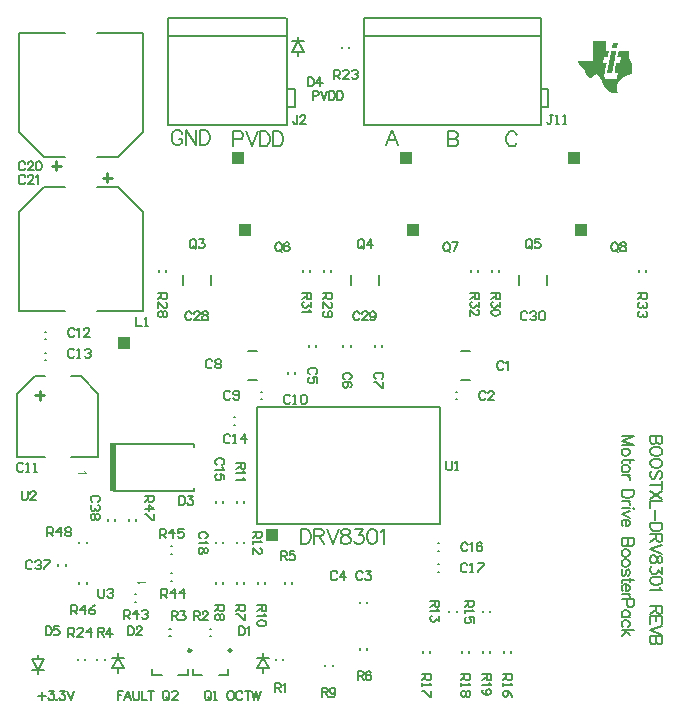
<source format=gto>
%FSLAX25Y25*%
%MOIN*%
G70*
G01*
G75*
G04 Layer_Color=65535*
%ADD10R,0.02500X0.04200*%
%ADD11R,0.02362X0.05906*%
%ADD12R,0.08500X0.10799*%
%ADD13R,0.07874X0.16142*%
%ADD14R,0.06299X0.12598*%
%ADD15R,0.20472X0.19685*%
%ADD16R,0.03000X0.05000*%
%ADD17R,0.06000X0.05000*%
%ADD18R,0.10000X0.06500*%
%ADD19R,0.04000X0.01500*%
%ADD20R,0.01100X0.05800*%
%ADD21R,0.25197X0.14173*%
%ADD22R,0.03347X0.03150*%
%ADD23R,0.03150X0.03347*%
%ADD24R,0.05512X0.04331*%
%ADD25R,0.04331X0.10236*%
%ADD26R,0.10236X0.04331*%
%ADD27C,0.01000*%
%ADD28C,0.02000*%
%ADD29C,0.10000*%
%ADD30C,0.06890*%
%ADD31R,0.06890X0.06890*%
%ADD32C,0.02500*%
%ADD33R,0.01000X0.01000*%
%ADD34R,0.07874X0.03937*%
%ADD35R,0.05906X0.13780*%
%ADD36R,0.03937X0.03740*%
%ADD37R,0.01000X0.01000*%
%ADD38R,0.06890X0.04331*%
%ADD39C,0.00984*%
%ADD40C,0.00787*%
%ADD41C,0.00700*%
%ADD42C,0.00600*%
%ADD43C,0.00300*%
%ADD44R,0.02000X0.16400*%
G36*
X136000Y156500D02*
X132000D01*
Y160500D01*
X136000D01*
Y156500D01*
D02*
G37*
G36*
X192000D02*
X188000D01*
Y160500D01*
X192000D01*
Y156500D01*
D02*
G37*
G36*
X80000D02*
X76000D01*
Y160500D01*
X80000D01*
Y156500D01*
D02*
G37*
G36*
X89000Y55000D02*
X85000D01*
Y59000D01*
X89000D01*
Y55000D01*
D02*
G37*
G36*
X39500Y119000D02*
X35500D01*
Y123000D01*
X39500D01*
Y119000D01*
D02*
G37*
G36*
X77500Y180500D02*
X73500D01*
Y184500D01*
X77500D01*
Y180500D01*
D02*
G37*
G36*
X201829Y218398D02*
Y218325D01*
X201756D01*
Y218252D01*
Y218179D01*
Y218107D01*
Y218034D01*
Y217961D01*
X201684D01*
Y217889D01*
Y217816D01*
Y217743D01*
Y217671D01*
Y217598D01*
X201611D01*
Y217525D01*
Y217453D01*
Y217380D01*
Y217307D01*
Y217234D01*
X201538D01*
Y217162D01*
Y217089D01*
Y217016D01*
Y216944D01*
Y216871D01*
X201466D01*
Y216798D01*
Y216725D01*
Y216653D01*
Y216580D01*
Y216507D01*
X201393D01*
Y216435D01*
Y216362D01*
Y216289D01*
Y216217D01*
Y216144D01*
X201320D01*
Y216071D01*
Y215999D01*
Y215926D01*
Y215853D01*
Y215780D01*
X201248D01*
Y215708D01*
Y215635D01*
Y215562D01*
Y215490D01*
Y215417D01*
X201175D01*
Y215344D01*
Y215271D01*
Y215199D01*
Y215126D01*
Y215053D01*
X201102D01*
Y214981D01*
Y214908D01*
Y214835D01*
Y214763D01*
Y214690D01*
X201029D01*
Y214617D01*
Y214545D01*
Y214472D01*
Y214399D01*
Y214326D01*
X200957D01*
Y214254D01*
Y214181D01*
Y214108D01*
Y214036D01*
Y213963D01*
X200884D01*
Y213890D01*
Y213818D01*
Y213745D01*
Y213672D01*
Y213599D01*
X200811D01*
Y213527D01*
Y213454D01*
Y213381D01*
Y213309D01*
Y213236D01*
X200739D01*
Y213163D01*
Y213090D01*
Y213018D01*
Y212945D01*
Y212872D01*
X200666D01*
Y212800D01*
Y212727D01*
Y212654D01*
Y212582D01*
Y212509D01*
X200593D01*
Y212436D01*
Y212364D01*
Y212291D01*
Y212218D01*
Y212145D01*
X200520D01*
Y212073D01*
Y212000D01*
Y211927D01*
Y211855D01*
Y211782D01*
X200448D01*
Y211709D01*
Y211636D01*
Y211564D01*
Y211491D01*
Y211418D01*
X200375D01*
Y211346D01*
Y211273D01*
Y211200D01*
Y211128D01*
Y211055D01*
X198630D01*
Y211128D01*
Y211200D01*
Y211273D01*
X198703D01*
Y211346D01*
Y211418D01*
Y211491D01*
Y211564D01*
Y211636D01*
X198776D01*
Y211709D01*
Y211782D01*
Y211855D01*
Y211927D01*
Y212000D01*
X198848D01*
Y212073D01*
Y212145D01*
Y212218D01*
Y212291D01*
Y212364D01*
X198921D01*
Y212436D01*
Y212509D01*
Y212582D01*
Y212654D01*
Y212727D01*
X198994D01*
Y212800D01*
Y212872D01*
Y212945D01*
Y213018D01*
Y213090D01*
X199066D01*
Y213163D01*
Y213236D01*
Y213309D01*
Y213381D01*
Y213454D01*
X199139D01*
Y213527D01*
Y213599D01*
Y213672D01*
Y213745D01*
Y213818D01*
X199212D01*
Y213890D01*
Y213963D01*
Y214036D01*
Y214108D01*
Y214181D01*
X199285D01*
Y214254D01*
Y214326D01*
Y214399D01*
Y214472D01*
Y214545D01*
X199357D01*
Y214617D01*
Y214690D01*
Y214763D01*
Y214835D01*
Y214908D01*
X199430D01*
Y214981D01*
Y215053D01*
Y215126D01*
Y215199D01*
Y215271D01*
X199503D01*
Y215344D01*
Y215417D01*
Y215490D01*
Y215562D01*
Y215635D01*
X199575D01*
Y215708D01*
Y215780D01*
Y215853D01*
Y215926D01*
Y215999D01*
X199648D01*
Y216071D01*
Y216144D01*
Y216217D01*
Y216289D01*
Y216362D01*
X199721D01*
Y216435D01*
Y216507D01*
Y216580D01*
Y216653D01*
Y216725D01*
X199794D01*
Y216798D01*
Y216871D01*
Y216944D01*
Y217016D01*
Y217089D01*
X199866D01*
Y217162D01*
Y217234D01*
Y217307D01*
Y217380D01*
Y217453D01*
X199939D01*
Y217525D01*
Y217598D01*
Y217671D01*
Y217743D01*
Y217816D01*
X200012D01*
Y217889D01*
Y217961D01*
Y218034D01*
Y218107D01*
Y218179D01*
X200084D01*
Y218252D01*
Y218325D01*
Y218398D01*
Y218470D01*
X201829D01*
Y218398D01*
D02*
G37*
G36*
X202265Y220797D02*
Y220724D01*
Y220651D01*
Y220579D01*
X202193D01*
Y220506D01*
Y220433D01*
Y220360D01*
Y220288D01*
Y220215D01*
X202120D01*
Y220142D01*
Y220070D01*
Y219997D01*
Y219924D01*
Y219852D01*
X202047D01*
Y219779D01*
Y219706D01*
Y219634D01*
Y219561D01*
Y219488D01*
X201975D01*
Y219415D01*
Y219343D01*
Y219270D01*
Y219197D01*
X200230D01*
Y219270D01*
Y219343D01*
X200302D01*
Y219415D01*
Y219488D01*
Y219561D01*
Y219634D01*
Y219706D01*
X200375D01*
Y219779D01*
Y219852D01*
Y219924D01*
Y219997D01*
Y220070D01*
X200448D01*
Y220142D01*
Y220215D01*
Y220288D01*
Y220360D01*
Y220433D01*
X200520D01*
Y220506D01*
Y220579D01*
Y220651D01*
Y220724D01*
Y220797D01*
X200593D01*
Y220869D01*
X202265D01*
Y220797D01*
D02*
G37*
G36*
X198194Y218470D02*
X199357D01*
Y218398D01*
X199285D01*
Y218034D01*
X199212D01*
Y217671D01*
X199139D01*
Y217307D01*
X199066D01*
Y216944D01*
X198994D01*
Y216580D01*
X198921D01*
Y216289D01*
X197685D01*
Y216071D01*
X197612D01*
Y215708D01*
X197540D01*
Y215344D01*
X197467D01*
Y214981D01*
X197394D01*
Y214617D01*
X197322D01*
Y214254D01*
X198485D01*
Y213963D01*
X198412D01*
Y213599D01*
X198339D01*
Y213236D01*
X198267D01*
Y212872D01*
X198194D01*
Y212509D01*
X198121D01*
Y212145D01*
X198049D01*
Y211782D01*
X197976D01*
Y211418D01*
X197903D01*
Y211055D01*
X197830D01*
Y210691D01*
X197758D01*
Y210328D01*
X197685D01*
Y209746D01*
X197758D01*
Y209528D01*
X197830D01*
Y209383D01*
X197903D01*
Y209310D01*
X197976D01*
Y209237D01*
X198049D01*
Y209165D01*
X198194D01*
Y209092D01*
X198339D01*
Y209019D01*
X198630D01*
Y208947D01*
X199066D01*
Y208874D01*
X201902D01*
Y209092D01*
X201975D01*
Y209455D01*
X202047D01*
Y209819D01*
X202120D01*
Y210182D01*
X202193D01*
Y210546D01*
X202265D01*
Y210910D01*
X202338D01*
Y211055D01*
X201393D01*
Y211128D01*
X201248D01*
Y211200D01*
X201175D01*
Y211855D01*
X201248D01*
Y212145D01*
X201320D01*
Y212509D01*
X201393D01*
Y212872D01*
X201466D01*
Y213236D01*
X201538D01*
Y213599D01*
X201611D01*
Y213963D01*
X201684D01*
Y214254D01*
X202992D01*
Y214617D01*
X203065D01*
Y214981D01*
X203138D01*
Y215344D01*
X203210D01*
Y215708D01*
X203283D01*
Y216071D01*
X203356D01*
Y216289D01*
X202120D01*
Y216507D01*
X202193D01*
Y216871D01*
X202265D01*
Y217234D01*
X202338D01*
Y217598D01*
X202411D01*
Y217961D01*
X202483D01*
Y218325D01*
X202556D01*
Y218470D01*
X206046D01*
Y215999D01*
X206118D01*
Y215635D01*
X206191D01*
Y215344D01*
X206264D01*
Y215199D01*
X206336D01*
Y215053D01*
X206409D01*
Y214908D01*
X206482D01*
Y214835D01*
X206555D01*
Y214690D01*
X206627D01*
Y214617D01*
X206700D01*
Y214545D01*
X206773D01*
Y214472D01*
X206845D01*
Y214399D01*
X206991D01*
Y214326D01*
X207064D01*
Y210764D01*
X206918D01*
Y210691D01*
X206700D01*
Y210619D01*
X206409D01*
Y210546D01*
X206191D01*
Y210473D01*
X205973D01*
Y210401D01*
X205755D01*
Y210328D01*
X205609D01*
Y210255D01*
X205391D01*
Y210182D01*
X205246D01*
Y210110D01*
X205101D01*
Y210037D01*
X204955D01*
Y209964D01*
X204810D01*
Y209892D01*
X204664D01*
Y209819D01*
X204519D01*
Y209746D01*
X204374D01*
Y209674D01*
X204301D01*
Y209601D01*
X204155D01*
Y209528D01*
X204010D01*
Y209455D01*
X203937D01*
Y209383D01*
X203865D01*
Y209310D01*
X203719D01*
Y209237D01*
X203647D01*
Y209165D01*
X203574D01*
Y209092D01*
X203428D01*
Y209019D01*
X203356D01*
Y208947D01*
X203283D01*
Y208874D01*
X203210D01*
Y208801D01*
X203138D01*
Y208729D01*
X203065D01*
Y208656D01*
X202992D01*
Y208583D01*
X202920D01*
Y208510D01*
X202847D01*
Y208438D01*
X202774D01*
Y208365D01*
X202701D01*
Y208292D01*
X202629D01*
Y208147D01*
X202556D01*
Y208074D01*
X202483D01*
Y208001D01*
X202411D01*
Y207856D01*
X202338D01*
Y207783D01*
X202265D01*
Y207638D01*
X202193D01*
Y207493D01*
X202120D01*
Y207347D01*
X202047D01*
Y207202D01*
X201975D01*
Y206984D01*
X201902D01*
Y206693D01*
X201829D01*
Y205602D01*
X201902D01*
Y205239D01*
X201975D01*
Y204948D01*
X202047D01*
Y204730D01*
X202120D01*
Y204585D01*
X202193D01*
Y204439D01*
X202047D01*
Y204366D01*
X201829D01*
Y204294D01*
X201466D01*
Y204221D01*
X200666D01*
Y204294D01*
X200302D01*
Y204366D01*
X200084D01*
Y204439D01*
X199866D01*
Y204512D01*
X199721D01*
Y204585D01*
X199575D01*
Y204657D01*
X199503D01*
Y204730D01*
X199357D01*
Y204803D01*
X199285D01*
Y204875D01*
X199139D01*
Y204948D01*
X199066D01*
Y205021D01*
X198994D01*
Y205094D01*
X198848D01*
Y205166D01*
X198776D01*
Y205239D01*
X198703D01*
Y205312D01*
X198630D01*
Y205384D01*
X198557D01*
Y205457D01*
X198485D01*
Y205530D01*
X198412D01*
Y205602D01*
X198339D01*
Y205748D01*
X198267D01*
Y205820D01*
X198194D01*
Y205893D01*
X198121D01*
Y205966D01*
X198049D01*
Y206111D01*
X197976D01*
Y206184D01*
X197903D01*
Y206329D01*
X197830D01*
Y206475D01*
X197758D01*
Y206547D01*
X197685D01*
Y206693D01*
X197612D01*
Y206838D01*
X197540D01*
Y206984D01*
X197467D01*
Y207129D01*
X197394D01*
Y207275D01*
X197322D01*
Y207420D01*
X197249D01*
Y207565D01*
X197176D01*
Y207711D01*
X197104D01*
Y207856D01*
X197031D01*
Y208001D01*
X196958D01*
Y208220D01*
X196885D01*
Y208365D01*
X196813D01*
Y208510D01*
X196740D01*
Y208656D01*
X196667D01*
Y208801D01*
X196595D01*
Y208947D01*
X196522D01*
Y209092D01*
X196449D01*
Y209237D01*
X196377D01*
Y209383D01*
X196304D01*
Y209528D01*
X196231D01*
Y209674D01*
X196158D01*
Y209746D01*
X196086D01*
Y209892D01*
X196013D01*
Y209964D01*
X195940D01*
Y210037D01*
X195868D01*
Y210110D01*
X195795D01*
Y210182D01*
X195722D01*
Y210255D01*
X195650D01*
Y210328D01*
X195577D01*
Y210401D01*
X195431D01*
Y210473D01*
X195141D01*
Y210546D01*
X194995D01*
Y210473D01*
X194632D01*
Y210401D01*
X194486D01*
Y210328D01*
X194341D01*
Y210255D01*
X194268D01*
Y210182D01*
X194196D01*
Y210110D01*
X194123D01*
Y210037D01*
X194050D01*
Y209964D01*
X193977D01*
Y209892D01*
X193905D01*
Y209819D01*
X193832D01*
Y209746D01*
X193759D01*
Y209674D01*
X193687D01*
Y209601D01*
X193614D01*
Y209528D01*
X193541D01*
Y209455D01*
X193396D01*
Y209383D01*
X192814D01*
Y209455D01*
X192596D01*
Y209528D01*
X192451D01*
Y209601D01*
X192378D01*
Y209674D01*
X192305D01*
Y209746D01*
X192160D01*
Y209892D01*
X192087D01*
Y209964D01*
X192015D01*
Y210037D01*
X191942D01*
Y210182D01*
X191869D01*
Y210328D01*
X191797D01*
Y210473D01*
X191724D01*
Y210619D01*
X191651D01*
Y210764D01*
X191578D01*
Y210910D01*
X191506D01*
Y211128D01*
X191433D01*
Y211273D01*
X191360D01*
Y211491D01*
X191288D01*
Y211636D01*
X191215D01*
Y211855D01*
X191142D01*
Y211927D01*
X191069D01*
Y212073D01*
X190997D01*
Y212145D01*
X190924D01*
Y212291D01*
X190851D01*
Y212364D01*
X190779D01*
Y212436D01*
X190706D01*
Y212509D01*
X190633D01*
Y212582D01*
X190560D01*
Y212654D01*
X190488D01*
Y212727D01*
X190415D01*
Y212800D01*
X190342D01*
Y212872D01*
X190270D01*
Y212945D01*
X190197D01*
Y213018D01*
X190052D01*
Y213090D01*
X189979D01*
Y213163D01*
X189906D01*
Y213236D01*
X189833D01*
Y213309D01*
X189761D01*
Y213381D01*
X189688D01*
Y213454D01*
X189615D01*
Y213527D01*
X189543D01*
Y213599D01*
X189470D01*
Y213745D01*
X189397D01*
Y213818D01*
X189325D01*
Y213963D01*
X189252D01*
Y214108D01*
X189179D01*
Y214254D01*
X189107D01*
Y214399D01*
X189034D01*
Y214690D01*
X188961D01*
Y215053D01*
X193977D01*
Y221814D01*
X198194D01*
Y218470D01*
D02*
G37*
G36*
X133500Y180500D02*
X129500D01*
Y184500D01*
X133500D01*
Y180500D01*
D02*
G37*
G36*
X189500D02*
X185500D01*
Y184500D01*
X189500D01*
Y180500D01*
D02*
G37*
D27*
X8000Y103500D02*
X11000D01*
X9500Y102000D02*
Y105000D01*
X32000Y174500D02*
Y177500D01*
X30500Y176000D02*
X33500D01*
X13500Y180000D02*
X16500D01*
X15000Y178500D02*
Y181500D01*
D39*
X73500Y18500D02*
G03*
X73500Y18500I-492J0D01*
G01*
X60000D02*
G03*
X60000Y18500I-492J0D01*
G01*
D40*
X72405Y10244D02*
Y12213D01*
X69256Y10244D02*
X72405D01*
X60594D02*
Y12213D01*
Y10244D02*
X63744D01*
X92028Y205626D02*
X94547D01*
Y199721D02*
Y205626D01*
X92028Y199721D02*
X94547D01*
X52618Y223441D02*
X91988D01*
X52362Y193815D02*
Y229248D01*
X52756Y193815D02*
X92126D01*
X92028D02*
Y229248D01*
X52362D02*
X91732D01*
X176547Y205626D02*
X179067D01*
Y199721D02*
Y205626D01*
X176547Y199721D02*
X179067D01*
X117492Y223342D02*
X176547D01*
X117492Y193815D02*
Y229248D01*
Y193815D02*
X176547D01*
Y229248D01*
X117492D02*
X176547D01*
X58906Y10244D02*
Y12213D01*
X55756Y10244D02*
X58906D01*
X47095D02*
Y12213D01*
Y10244D02*
X50244D01*
X90780Y15220D02*
Y15780D01*
X88221Y15220D02*
Y15780D01*
X52720Y25780D02*
X53280D01*
X52720Y23221D02*
X53280D01*
X31280Y15220D02*
Y15780D01*
X28721Y15220D02*
Y15780D01*
X93779Y40720D02*
Y41280D01*
X91220Y40720D02*
Y41280D01*
X118780Y18720D02*
Y19280D01*
X116220Y18720D02*
Y19280D01*
X66220Y25780D02*
X66780D01*
X66220Y23221D02*
X66780D01*
X148220Y102220D02*
X148780D01*
X148220Y104780D02*
X148780D01*
X118780Y34220D02*
Y34780D01*
X116220Y34220D02*
Y34780D01*
X101779Y119720D02*
Y120280D01*
X99221Y119720D02*
Y120280D01*
X113279Y119720D02*
Y120280D01*
X110721Y119720D02*
Y120280D01*
X123779Y119720D02*
Y120280D01*
X121221Y119720D02*
Y120280D01*
X83220Y104780D02*
X83780D01*
X83220Y102220D02*
X83780D01*
X92220Y110720D02*
Y111280D01*
X94779Y110720D02*
Y111280D01*
X11220Y124779D02*
X11780D01*
X11220Y122221D02*
X11780D01*
X11220Y117780D02*
X11780D01*
X11220Y115220D02*
X11780D01*
X74220Y96280D02*
X74780D01*
X74220Y93721D02*
X74780D01*
X70780Y67720D02*
Y68280D01*
X68221Y67720D02*
Y68280D01*
X142220Y51720D02*
X142780D01*
X142220Y54280D02*
X142780D01*
X142220Y44721D02*
X142780D01*
X142220Y47280D02*
X142780D01*
X70780Y54220D02*
Y54780D01*
X68221Y54220D02*
Y54780D01*
X75221Y40720D02*
Y41280D01*
X77780Y40720D02*
Y41280D01*
X70780Y40720D02*
Y41280D01*
X68221Y40720D02*
Y41280D01*
X107280Y13220D02*
Y13780D01*
X104720Y13220D02*
Y13780D01*
X82221Y40720D02*
Y41280D01*
X84780Y40720D02*
Y41280D01*
X75221Y67720D02*
Y68280D01*
X77780Y67720D02*
Y68280D01*
Y54220D02*
Y54780D01*
X75221Y54220D02*
Y54780D01*
X148479Y31220D02*
Y31780D01*
X145921Y31220D02*
Y31780D01*
X157220Y31220D02*
Y31780D01*
X159780Y31220D02*
Y31780D01*
X166779Y17720D02*
Y18280D01*
X164220Y17720D02*
Y18280D01*
X139779Y17720D02*
Y18280D01*
X137221Y17720D02*
Y18280D01*
X152779Y17720D02*
Y18280D01*
X150221Y17720D02*
Y18280D01*
X159780Y17720D02*
Y18280D01*
X157220Y17720D02*
Y18280D01*
X149925Y108776D02*
X153075D01*
X149925Y118224D02*
X153075D01*
X78925D02*
X82075D01*
X78925Y108776D02*
X82075D01*
X112779Y219220D02*
Y219780D01*
X110221Y219220D02*
Y219780D01*
X22220Y15220D02*
Y15780D01*
X24780Y15220D02*
Y15780D01*
X51780Y144720D02*
Y145280D01*
X49220Y144720D02*
Y145280D01*
X106780Y144720D02*
Y145280D01*
X104220Y144720D02*
Y145280D01*
X162779Y144720D02*
Y145280D01*
X160221Y144720D02*
Y145280D01*
X99779Y144720D02*
Y145280D01*
X97220Y144720D02*
Y145280D01*
X155780Y144720D02*
Y145280D01*
X153220Y144720D02*
Y145280D01*
X211779Y144720D02*
Y145280D01*
X209221Y144720D02*
Y145280D01*
X57276Y140425D02*
Y143575D01*
X66724Y140425D02*
Y143575D01*
X113276Y140425D02*
Y143575D01*
X122724Y140425D02*
Y143575D01*
X169276Y140425D02*
Y143575D01*
X178724Y140425D02*
Y143575D01*
X18280Y46720D02*
Y47280D01*
X15721Y46720D02*
Y47280D01*
X34780Y61720D02*
Y62280D01*
X32221Y61720D02*
Y62280D01*
X41220Y34721D02*
X41780D01*
X41220Y37279D02*
X41780D01*
X53220Y44280D02*
X53780D01*
X53220Y41721D02*
X53780D01*
X53220Y53280D02*
X53780D01*
X53220Y50721D02*
X53780D01*
X22720Y40720D02*
Y41280D01*
X25280Y40720D02*
Y41280D01*
X39220Y61720D02*
Y62280D01*
X41780Y61720D02*
Y62280D01*
X22720Y54220D02*
Y54780D01*
X25280Y54220D02*
Y54780D01*
D41*
X61000Y86450D02*
Y87350D01*
X34300D02*
X61000D01*
X34300Y71650D02*
X61000D01*
Y72550D01*
X28776Y131531D02*
X44081D01*
X44069Y131526D02*
Y164602D01*
X35802Y172869D02*
X44069Y164602D01*
X28762Y172869D02*
X35802D01*
X10998D02*
X18038D01*
X2731Y164602D02*
X10998Y172869D01*
X2731Y131526D02*
Y164602D01*
X2719Y131531D02*
X18024D01*
X23147Y109876D02*
X28886Y104138D01*
Y83114D02*
Y104138D01*
X19832Y83114D02*
X28886D01*
X19827Y109876D02*
X23147D01*
X7853D02*
X11173D01*
X2114Y83114D02*
X11168D01*
X2114D02*
Y104138D01*
X7853Y109876D01*
X2719Y224369D02*
X18024D01*
X2731Y191298D02*
Y224374D01*
Y191298D02*
X10998Y183031D01*
X18038D01*
X28762D02*
X35802D01*
X44069Y191298D01*
Y224374D01*
X28776Y224369D02*
X44081D01*
X82000Y60500D02*
Y99500D01*
Y60500D02*
X143000D01*
Y99500D01*
X82000D02*
X143000D01*
X128809Y187000D02*
X126904Y191999D01*
X125000Y187000D01*
X125714Y188666D02*
X128095D01*
X145500Y191499D02*
Y186500D01*
Y191499D02*
X147642D01*
X148356Y191261D01*
X148595Y191023D01*
X148833Y190547D01*
Y190071D01*
X148595Y189595D01*
X148356Y189357D01*
X147642Y189119D01*
X145500D02*
X147642D01*
X148356Y188880D01*
X148595Y188642D01*
X148833Y188166D01*
Y187452D01*
X148595Y186976D01*
X148356Y186738D01*
X147642Y186500D01*
X145500D01*
X57071Y190809D02*
X56833Y191285D01*
X56357Y191761D01*
X55880Y191999D01*
X54928D01*
X54452Y191761D01*
X53976Y191285D01*
X53738Y190809D01*
X53500Y190095D01*
Y188904D01*
X53738Y188190D01*
X53976Y187714D01*
X54452Y187238D01*
X54928Y187000D01*
X55880D01*
X56357Y187238D01*
X56833Y187714D01*
X57071Y188190D01*
Y188904D01*
X55880D02*
X57071D01*
X58213Y191999D02*
Y187000D01*
Y191999D02*
X61546Y187000D01*
Y191999D02*
Y187000D01*
X62927Y191999D02*
Y187000D01*
Y191999D02*
X64593D01*
X65307Y191761D01*
X65783Y191285D01*
X66021Y190809D01*
X66259Y190095D01*
Y188904D01*
X66021Y188190D01*
X65783Y187714D01*
X65307Y187238D01*
X64593Y187000D01*
X62927D01*
X74000Y188880D02*
X76142D01*
X76856Y189119D01*
X77095Y189357D01*
X77333Y189833D01*
Y190547D01*
X77095Y191023D01*
X76856Y191261D01*
X76142Y191499D01*
X74000D01*
Y186500D01*
X78451Y191499D02*
X80356Y186500D01*
X82260Y191499D02*
X80356Y186500D01*
X82903Y191499D02*
Y186500D01*
Y191499D02*
X84569D01*
X85283Y191261D01*
X85759Y190785D01*
X85997Y190309D01*
X86235Y189595D01*
Y188404D01*
X85997Y187690D01*
X85759Y187214D01*
X85283Y186738D01*
X84569Y186500D01*
X82903D01*
X87354Y191499D02*
Y186500D01*
Y191499D02*
X89021D01*
X89735Y191261D01*
X90211Y190785D01*
X90449Y190309D01*
X90687Y189595D01*
Y188404D01*
X90449Y187690D01*
X90211Y187214D01*
X89735Y186738D01*
X89021Y186500D01*
X87354D01*
X168571Y190309D02*
X168333Y190785D01*
X167857Y191261D01*
X167380Y191499D01*
X166428D01*
X165952Y191261D01*
X165476Y190785D01*
X165238Y190309D01*
X165000Y189595D01*
Y188404D01*
X165238Y187690D01*
X165476Y187214D01*
X165952Y186738D01*
X166428Y186500D01*
X167380D01*
X167857Y186738D01*
X168333Y187214D01*
X168571Y187690D01*
X96500Y58999D02*
Y54000D01*
Y58999D02*
X98166D01*
X98880Y58761D01*
X99357Y58285D01*
X99595Y57809D01*
X99833Y57095D01*
Y55904D01*
X99595Y55190D01*
X99357Y54714D01*
X98880Y54238D01*
X98166Y54000D01*
X96500D01*
X100951Y58999D02*
Y54000D01*
Y58999D02*
X103094D01*
X103808Y58761D01*
X104046Y58523D01*
X104284Y58047D01*
Y57571D01*
X104046Y57095D01*
X103808Y56857D01*
X103094Y56618D01*
X100951D01*
X102618D02*
X104284Y54000D01*
X105403Y58999D02*
X107307Y54000D01*
X109212Y58999D02*
X107307Y54000D01*
X111045Y58999D02*
X110330Y58761D01*
X110092Y58285D01*
Y57809D01*
X110330Y57333D01*
X110807Y57095D01*
X111759Y56857D01*
X112473Y56618D01*
X112949Y56142D01*
X113187Y55666D01*
Y54952D01*
X112949Y54476D01*
X112711Y54238D01*
X111997Y54000D01*
X111045D01*
X110330Y54238D01*
X110092Y54476D01*
X109854Y54952D01*
Y55666D01*
X110092Y56142D01*
X110568Y56618D01*
X111283Y56857D01*
X112235Y57095D01*
X112711Y57333D01*
X112949Y57809D01*
Y58285D01*
X112711Y58761D01*
X111997Y58999D01*
X111045D01*
X114782D02*
X117400D01*
X115972Y57095D01*
X116686D01*
X117162Y56857D01*
X117400Y56618D01*
X117638Y55904D01*
Y55428D01*
X117400Y54714D01*
X116924Y54238D01*
X116210Y54000D01*
X115496D01*
X114782Y54238D01*
X114544Y54476D01*
X114306Y54952D01*
X120185Y58999D02*
X119471Y58761D01*
X118995Y58047D01*
X118757Y56857D01*
Y56142D01*
X118995Y54952D01*
X119471Y54238D01*
X120185Y54000D01*
X120661D01*
X121376Y54238D01*
X121852Y54952D01*
X122090Y56142D01*
Y56857D01*
X121852Y58047D01*
X121376Y58761D01*
X120661Y58999D01*
X120185D01*
X123209Y58047D02*
X123685Y58285D01*
X124399Y58999D01*
Y54000D01*
D42*
X9000Y16500D02*
Y17000D01*
Y15500D02*
Y16500D01*
X7000Y12000D02*
X11000D01*
X9000Y10500D02*
Y11000D01*
Y12000D01*
X11000Y15500D01*
X7000D02*
X11000D01*
X7000D02*
X9000Y12000D01*
X84000Y11000D02*
Y11500D01*
Y12500D01*
X82000Y16000D02*
X86000D01*
X84000Y17000D02*
Y17500D01*
Y16000D02*
Y17000D01*
X82000Y12500D02*
X84000Y16000D01*
X82000Y12500D02*
X86000D01*
X84000Y16000D02*
X86000Y12500D01*
X35500Y11000D02*
Y11500D01*
Y12500D01*
X33500Y16000D02*
X37500D01*
X35500Y17000D02*
Y17500D01*
Y16000D02*
Y17000D01*
X33500Y12500D02*
X35500Y16000D01*
X33500Y12500D02*
X37500D01*
X35500Y16000D02*
X37500Y12500D01*
X95500Y216500D02*
Y217000D01*
Y218000D01*
X93500Y221500D02*
X97500D01*
X95500Y222500D02*
Y223000D01*
Y221500D02*
Y222500D01*
X93500Y218000D02*
X95500Y221500D01*
X93500Y218000D02*
X97500D01*
X95500Y221500D02*
X97500Y218000D01*
X66499Y2500D02*
Y4499D01*
X66000Y4999D01*
X65000D01*
X64500Y4499D01*
Y2500D01*
X65000Y2000D01*
X66000D01*
X65500Y3000D02*
X66499Y2000D01*
X66000D02*
X66499Y2500D01*
X67499Y2000D02*
X68499D01*
X67999D01*
Y4999D01*
X67499Y4499D01*
X52499Y2500D02*
Y4499D01*
X51999Y4999D01*
X51000D01*
X50500Y4499D01*
Y2500D01*
X51000Y2000D01*
X51999D01*
X51500Y3000D02*
X52499Y2000D01*
X51999D02*
X52499Y2500D01*
X55498Y2000D02*
X53499D01*
X55498Y3999D01*
Y4499D01*
X54999Y4999D01*
X53999D01*
X53499Y4499D01*
X72999Y89999D02*
X72500Y90499D01*
X71500D01*
X71000Y89999D01*
Y88000D01*
X71500Y87500D01*
X72500D01*
X72999Y88000D01*
X73999Y87500D02*
X74999D01*
X74499D01*
Y90499D01*
X73999Y89999D01*
X77998Y87500D02*
Y90499D01*
X76498Y88999D01*
X78498D01*
X3999Y80499D02*
X3500Y80999D01*
X2500D01*
X2000Y80499D01*
Y78500D01*
X2500Y78000D01*
X3500D01*
X3999Y78500D01*
X4999Y78000D02*
X5999D01*
X5499D01*
Y80999D01*
X4999Y80499D01*
X7498Y78000D02*
X8498D01*
X7998D01*
Y80999D01*
X7498Y80499D01*
X92999Y103299D02*
X92500Y103799D01*
X91500D01*
X91000Y103299D01*
Y101300D01*
X91500Y100800D01*
X92500D01*
X92999Y101300D01*
X93999Y100800D02*
X94999D01*
X94499D01*
Y103799D01*
X93999Y103299D01*
X96498D02*
X96998Y103799D01*
X97998D01*
X98498Y103299D01*
Y101300D01*
X97998Y100800D01*
X96998D01*
X96498Y101300D01*
Y103299D01*
X104000Y137500D02*
X106999D01*
Y136001D01*
X106499Y135501D01*
X105499D01*
X105000Y136001D01*
Y137500D01*
Y136500D02*
X104000Y135501D01*
Y132502D02*
Y134501D01*
X105999Y132502D01*
X106499D01*
X106999Y133001D01*
Y134001D01*
X106499Y134501D01*
X104500Y131502D02*
X104000Y131002D01*
Y130002D01*
X104500Y129503D01*
X106499D01*
X106999Y130002D01*
Y131002D01*
X106499Y131502D01*
X105999D01*
X105499Y131002D01*
Y129503D01*
X49000Y137500D02*
X51999D01*
Y136001D01*
X51499Y135501D01*
X50499D01*
X50000Y136001D01*
Y137500D01*
Y136500D02*
X49000Y135501D01*
Y132502D02*
Y134501D01*
X50999Y132502D01*
X51499D01*
X51999Y133001D01*
Y134001D01*
X51499Y134501D01*
Y131502D02*
X51999Y131002D01*
Y130002D01*
X51499Y129503D01*
X50999D01*
X50499Y130002D01*
X50000Y129503D01*
X49500D01*
X49000Y130002D01*
Y131002D01*
X49500Y131502D01*
X50000D01*
X50499Y131002D01*
X50999Y131502D01*
X51499D01*
X50499Y131002D02*
Y130002D01*
X209000Y137500D02*
X211999D01*
Y136001D01*
X211499Y135501D01*
X210500D01*
X210000Y136001D01*
Y137500D01*
Y136500D02*
X209000Y135501D01*
X211499Y134501D02*
X211999Y134001D01*
Y133001D01*
X211499Y132502D01*
X210999D01*
X210500Y133001D01*
Y133501D01*
Y133001D01*
X210000Y132502D01*
X209500D01*
X209000Y133001D01*
Y134001D01*
X209500Y134501D01*
X211499Y131502D02*
X211999Y131002D01*
Y130002D01*
X211499Y129503D01*
X210999D01*
X210500Y130002D01*
Y130502D01*
Y130002D01*
X210000Y129503D01*
X209500D01*
X209000Y130002D01*
Y131002D01*
X209500Y131502D01*
X171999Y130999D02*
X171500Y131499D01*
X170500D01*
X170000Y130999D01*
Y129000D01*
X170500Y128500D01*
X171500D01*
X171999Y129000D01*
X172999Y130999D02*
X173499Y131499D01*
X174499D01*
X174998Y130999D01*
Y130499D01*
X174499Y129999D01*
X173999D01*
X174499D01*
X174998Y129500D01*
Y129000D01*
X174499Y128500D01*
X173499D01*
X172999Y129000D01*
X175998Y130999D02*
X176498Y131499D01*
X177498D01*
X177997Y130999D01*
Y129000D01*
X177498Y128500D01*
X176498D01*
X175998Y129000D01*
Y130999D01*
X151300Y35000D02*
X154299D01*
Y33500D01*
X153799Y33001D01*
X152799D01*
X152300Y33500D01*
Y35000D01*
Y34000D02*
X151300Y33001D01*
Y32001D02*
Y31001D01*
Y31501D01*
X154299D01*
X153799Y32001D01*
X154299Y27502D02*
Y29502D01*
X152799D01*
X153299Y28502D01*
Y28002D01*
X152799Y27502D01*
X151800D01*
X151300Y28002D01*
Y29002D01*
X151800Y29502D01*
X80500Y58000D02*
X83499D01*
Y56501D01*
X82999Y56001D01*
X81999D01*
X81500Y56501D01*
Y58000D01*
Y57000D02*
X80500Y56001D01*
Y55001D02*
Y54001D01*
Y54501D01*
X83499D01*
X82999Y55001D01*
X80500Y50502D02*
Y52502D01*
X82499Y50502D01*
X82999D01*
X83499Y51002D01*
Y52002D01*
X82999Y52502D01*
X68000Y33500D02*
X70999D01*
Y32000D01*
X70499Y31501D01*
X69499D01*
X69000Y32000D01*
Y33500D01*
Y32500D02*
X68000Y31501D01*
X70499Y30501D02*
X70999Y30001D01*
Y29001D01*
X70499Y28502D01*
X69999D01*
X69499Y29001D01*
X69000Y28502D01*
X68500D01*
X68000Y29001D01*
Y30001D01*
X68500Y30501D01*
X69000D01*
X69499Y30001D01*
X69999Y30501D01*
X70499D01*
X69499Y30001D02*
Y29001D01*
X75000Y33500D02*
X77999D01*
Y32000D01*
X77499Y31501D01*
X76499D01*
X76000Y32000D01*
Y33500D01*
Y32500D02*
X75000Y31501D01*
X77999Y30501D02*
Y28502D01*
X77499D01*
X75500Y30501D01*
X75000D01*
X137000Y10500D02*
X139999D01*
Y9001D01*
X139499Y8501D01*
X138499D01*
X138000Y9001D01*
Y10500D01*
Y9500D02*
X137000Y8501D01*
Y7501D02*
Y6501D01*
Y7001D01*
X139999D01*
X139499Y7501D01*
X139999Y5002D02*
Y3002D01*
X139499D01*
X137500Y5002D01*
X137000D01*
X19000Y23000D02*
Y25999D01*
X20500D01*
X20999Y25499D01*
Y24499D01*
X20500Y24000D01*
X19000D01*
X20000D02*
X20999Y23000D01*
X23998D02*
X21999D01*
X23998Y24999D01*
Y25499D01*
X23499Y25999D01*
X22499D01*
X21999Y25499D01*
X26498Y23000D02*
Y25999D01*
X24998Y24499D01*
X26997D01*
X107500Y209000D02*
Y211999D01*
X109000D01*
X109499Y211499D01*
Y210500D01*
X109000Y210000D01*
X107500D01*
X108500D02*
X109499Y209000D01*
X112498D02*
X110499D01*
X112498Y210999D01*
Y211499D01*
X111999Y211999D01*
X110999D01*
X110499Y211499D01*
X113498D02*
X113998Y211999D01*
X114998D01*
X115497Y211499D01*
Y210999D01*
X114998Y210500D01*
X114498D01*
X114998D01*
X115497Y210000D01*
Y209500D01*
X114998Y209000D01*
X113998D01*
X113498Y209500D01*
X150000Y10500D02*
X152999D01*
Y9001D01*
X152499Y8501D01*
X151499D01*
X151000Y9001D01*
Y10500D01*
Y9500D02*
X150000Y8501D01*
Y7501D02*
Y6501D01*
Y7001D01*
X152999D01*
X152499Y7501D01*
Y5002D02*
X152999Y4502D01*
Y3502D01*
X152499Y3002D01*
X151999D01*
X151499Y3502D01*
X151000Y3002D01*
X150500D01*
X150000Y3502D01*
Y4502D01*
X150500Y5002D01*
X151000D01*
X151499Y4502D01*
X151999Y5002D01*
X152499D01*
X151499Y4502D02*
Y3502D01*
X66999Y114999D02*
X66500Y115499D01*
X65500D01*
X65000Y114999D01*
Y113000D01*
X65500Y112500D01*
X66500D01*
X66999Y113000D01*
X67999Y114999D02*
X68499Y115499D01*
X69499D01*
X69998Y114999D01*
Y114499D01*
X69499Y113999D01*
X69998Y113500D01*
Y113000D01*
X69499Y112500D01*
X68499D01*
X67999Y113000D01*
Y113500D01*
X68499Y113999D01*
X67999Y114499D01*
Y114999D01*
X68499Y113999D02*
X69499D01*
X164000Y10500D02*
X166999D01*
Y9001D01*
X166499Y8501D01*
X165499D01*
X165000Y9001D01*
Y10500D01*
Y9500D02*
X164000Y8501D01*
Y7501D02*
Y6501D01*
Y7001D01*
X166999D01*
X166499Y7501D01*
X166999Y3002D02*
X166499Y4002D01*
X165499Y5002D01*
X164500D01*
X164000Y4502D01*
Y3502D01*
X164500Y3002D01*
X165000D01*
X165499Y3502D01*
Y5002D01*
X3500Y71499D02*
Y69357D01*
X3643Y68928D01*
X3929Y68643D01*
X4357Y68500D01*
X4643D01*
X5071Y68643D01*
X5357Y68928D01*
X5500Y69357D01*
Y71499D01*
X6471Y70785D02*
Y70928D01*
X6614Y71214D01*
X6756Y71356D01*
X7042Y71499D01*
X7613D01*
X7899Y71356D01*
X8042Y71214D01*
X8185Y70928D01*
Y70642D01*
X8042Y70357D01*
X7756Y69928D01*
X6328Y68500D01*
X8327D01*
X103500Y5999D02*
Y3000D01*
Y5999D02*
X104785D01*
X105214Y5856D01*
X105357Y5714D01*
X105500Y5428D01*
Y5142D01*
X105357Y4857D01*
X105214Y4714D01*
X104785Y4571D01*
X103500D01*
X104500D02*
X105500Y3000D01*
X108028Y5000D02*
X107885Y4571D01*
X107599Y4285D01*
X107171Y4143D01*
X107028D01*
X106599Y4285D01*
X106314Y4571D01*
X106171Y5000D01*
Y5142D01*
X106314Y5571D01*
X106599Y5856D01*
X107028Y5999D01*
X107171D01*
X107599Y5856D01*
X107885Y5571D01*
X108028Y5000D01*
Y4285D01*
X107885Y3571D01*
X107599Y3143D01*
X107171Y3000D01*
X106885D01*
X106456Y3143D01*
X106314Y3429D01*
X115500Y11499D02*
Y8500D01*
Y11499D02*
X116785D01*
X117214Y11356D01*
X117357Y11214D01*
X117500Y10928D01*
Y10642D01*
X117357Y10357D01*
X117214Y10214D01*
X116785Y10071D01*
X115500D01*
X116500D02*
X117500Y8500D01*
X119885Y11071D02*
X119742Y11356D01*
X119314Y11499D01*
X119028D01*
X118599Y11356D01*
X118314Y10928D01*
X118171Y10214D01*
Y9500D01*
X118314Y8929D01*
X118599Y8643D01*
X119028Y8500D01*
X119171D01*
X119599Y8643D01*
X119885Y8929D01*
X120028Y9357D01*
Y9500D01*
X119885Y9928D01*
X119599Y10214D01*
X119171Y10357D01*
X119028D01*
X118599Y10214D01*
X118314Y9928D01*
X118171Y9500D01*
X90000Y51499D02*
Y48500D01*
Y51499D02*
X91285D01*
X91714Y51357D01*
X91857Y51214D01*
X92000Y50928D01*
Y50642D01*
X91857Y50357D01*
X91714Y50214D01*
X91285Y50071D01*
X90000D01*
X91000D02*
X92000Y48500D01*
X94385Y51499D02*
X92957D01*
X92814Y50214D01*
X92957Y50357D01*
X93385Y50500D01*
X93814D01*
X94242Y50357D01*
X94528Y50071D01*
X94670Y49643D01*
Y49357D01*
X94528Y48928D01*
X94242Y48643D01*
X93814Y48500D01*
X93385D01*
X92957Y48643D01*
X92814Y48786D01*
X92671Y49071D01*
X29000Y25999D02*
Y23000D01*
Y25999D02*
X30285D01*
X30714Y25857D01*
X30857Y25714D01*
X31000Y25428D01*
Y25142D01*
X30857Y24857D01*
X30714Y24714D01*
X30285Y24571D01*
X29000D01*
X30000D02*
X31000Y23000D01*
X33099Y25999D02*
X31671Y24000D01*
X33813D01*
X33099Y25999D02*
Y23000D01*
X155999Y137500D02*
X153000D01*
X155999D02*
Y136215D01*
X155857Y135786D01*
X155714Y135643D01*
X155428Y135500D01*
X155142D01*
X154857Y135643D01*
X154714Y135786D01*
X154571Y136215D01*
Y137500D01*
Y136500D02*
X153000Y135500D01*
X155999Y134544D02*
Y132972D01*
X154857Y133829D01*
Y133401D01*
X154714Y133115D01*
X154571Y132972D01*
X154143Y132830D01*
X153857D01*
X153428Y132972D01*
X153143Y133258D01*
X153000Y133686D01*
Y134115D01*
X153143Y134544D01*
X153286Y134686D01*
X153571Y134829D01*
X155285Y132016D02*
X155428D01*
X155714Y131873D01*
X155857Y131730D01*
X155999Y131444D01*
Y130873D01*
X155857Y130587D01*
X155714Y130444D01*
X155428Y130301D01*
X155142D01*
X154857Y130444D01*
X154428Y130730D01*
X153000Y132158D01*
Y130159D01*
X99999Y137500D02*
X97000D01*
X99999D02*
Y136215D01*
X99857Y135786D01*
X99714Y135643D01*
X99428Y135500D01*
X99142D01*
X98857Y135643D01*
X98714Y135786D01*
X98571Y136215D01*
Y137500D01*
Y136500D02*
X97000Y135500D01*
X99999Y134544D02*
Y132972D01*
X98857Y133829D01*
Y133401D01*
X98714Y133115D01*
X98571Y132972D01*
X98143Y132830D01*
X97857D01*
X97429Y132972D01*
X97143Y133258D01*
X97000Y133686D01*
Y134115D01*
X97143Y134544D01*
X97286Y134686D01*
X97571Y134829D01*
X99428Y132158D02*
X99571Y131873D01*
X99999Y131444D01*
X97000D01*
X162999Y137500D02*
X160000D01*
X162999D02*
Y136215D01*
X162856Y135786D01*
X162714Y135643D01*
X162428Y135500D01*
X162142D01*
X161857Y135643D01*
X161714Y135786D01*
X161571Y136215D01*
Y137500D01*
Y136500D02*
X160000Y135500D01*
X162999Y134544D02*
Y132972D01*
X161857Y133829D01*
Y133401D01*
X161714Y133115D01*
X161571Y132972D01*
X161143Y132830D01*
X160857D01*
X160429Y132972D01*
X160143Y133258D01*
X160000Y133686D01*
Y134115D01*
X160143Y134544D01*
X160286Y134686D01*
X160571Y134829D01*
X162999Y131301D02*
X162856Y131730D01*
X162428Y132016D01*
X161714Y132158D01*
X161285D01*
X160571Y132016D01*
X160143Y131730D01*
X160000Y131301D01*
Y131016D01*
X160143Y130587D01*
X160571Y130301D01*
X161285Y130159D01*
X161714D01*
X162428Y130301D01*
X162856Y130587D01*
X162999Y131016D01*
Y131301D01*
X53500Y31499D02*
Y28500D01*
Y31499D02*
X54785D01*
X55214Y31356D01*
X55357Y31214D01*
X55500Y30928D01*
Y30642D01*
X55357Y30357D01*
X55214Y30214D01*
X54785Y30071D01*
X53500D01*
X54500D02*
X55500Y28500D01*
X56457Y31499D02*
X58028D01*
X57171Y30357D01*
X57599D01*
X57885Y30214D01*
X58028Y30071D01*
X58170Y29643D01*
Y29357D01*
X58028Y28929D01*
X57742Y28643D01*
X57314Y28500D01*
X56885D01*
X56457Y28643D01*
X56314Y28786D01*
X56171Y29071D01*
X61000Y31499D02*
Y28500D01*
Y31499D02*
X62285D01*
X62714Y31356D01*
X62857Y31214D01*
X63000Y30928D01*
Y30642D01*
X62857Y30357D01*
X62714Y30214D01*
X62285Y30071D01*
X61000D01*
X62000D02*
X63000Y28500D01*
X63814Y30785D02*
Y30928D01*
X63956Y31214D01*
X64099Y31356D01*
X64385Y31499D01*
X64956D01*
X65242Y31356D01*
X65385Y31214D01*
X65528Y30928D01*
Y30642D01*
X65385Y30357D01*
X65099Y29928D01*
X63671Y28500D01*
X65670D01*
X159999Y10500D02*
X157000D01*
X159999D02*
Y9215D01*
X159856Y8786D01*
X159714Y8643D01*
X159428Y8500D01*
X159142D01*
X158857Y8643D01*
X158714Y8786D01*
X158571Y9215D01*
Y10500D01*
Y9500D02*
X157000Y8500D01*
X159428Y7829D02*
X159571Y7543D01*
X159999Y7115D01*
X157000D01*
X159000Y3773D02*
X158571Y3916D01*
X158285Y4201D01*
X158143Y4630D01*
Y4773D01*
X158285Y5201D01*
X158571Y5487D01*
X159000Y5630D01*
X159142D01*
X159571Y5487D01*
X159856Y5201D01*
X159999Y4773D01*
Y4630D01*
X159856Y4201D01*
X159571Y3916D01*
X159000Y3773D01*
X158285D01*
X157571Y3916D01*
X157143Y4201D01*
X157000Y4630D01*
Y4916D01*
X157143Y5344D01*
X157429Y5487D01*
X142699Y35000D02*
X139700D01*
X142699D02*
Y33715D01*
X142557Y33286D01*
X142414Y33143D01*
X142128Y33000D01*
X141842D01*
X141557Y33143D01*
X141414Y33286D01*
X141271Y33715D01*
Y35000D01*
Y34000D02*
X139700Y33000D01*
X142128Y32329D02*
X142271Y32043D01*
X142699Y31615D01*
X139700D01*
X142699Y29844D02*
Y28273D01*
X141557Y29130D01*
Y28701D01*
X141414Y28416D01*
X141271Y28273D01*
X140843Y28130D01*
X140557D01*
X140129Y28273D01*
X139843Y28558D01*
X139700Y28987D01*
Y29416D01*
X139843Y29844D01*
X139986Y29987D01*
X140271Y30130D01*
X77999Y81000D02*
X75000D01*
X77999D02*
Y79715D01*
X77856Y79286D01*
X77714Y79143D01*
X77428Y79000D01*
X77142D01*
X76857Y79143D01*
X76714Y79286D01*
X76571Y79715D01*
Y81000D01*
Y80000D02*
X75000Y79000D01*
X77428Y78329D02*
X77571Y78044D01*
X77999Y77615D01*
X75000D01*
X77428Y76130D02*
X77571Y75844D01*
X77999Y75415D01*
X75000D01*
X84999Y33500D02*
X82000D01*
X84999D02*
Y32215D01*
X84856Y31786D01*
X84714Y31643D01*
X84428Y31500D01*
X84142D01*
X83857Y31643D01*
X83714Y31786D01*
X83571Y32215D01*
Y33500D01*
Y32500D02*
X82000Y31500D01*
X84428Y30829D02*
X84571Y30544D01*
X84999Y30115D01*
X82000D01*
X84999Y27773D02*
X84856Y28201D01*
X84428Y28487D01*
X83714Y28630D01*
X83285D01*
X82571Y28487D01*
X82143Y28201D01*
X82000Y27773D01*
Y27487D01*
X82143Y27059D01*
X82571Y26773D01*
X83285Y26630D01*
X83714D01*
X84428Y26773D01*
X84856Y27059D01*
X84999Y27487D01*
Y27773D01*
X88000Y7499D02*
Y4500D01*
Y7499D02*
X89285D01*
X89714Y7356D01*
X89857Y7214D01*
X90000Y6928D01*
Y6642D01*
X89857Y6357D01*
X89714Y6214D01*
X89285Y6071D01*
X88000D01*
X89000D02*
X90000Y4500D01*
X90671Y6928D02*
X90956Y7071D01*
X91385Y7499D01*
Y4500D01*
X200857Y154499D02*
X200571Y154357D01*
X200286Y154071D01*
X200143Y153785D01*
X200000Y153357D01*
Y152643D01*
X200143Y152214D01*
X200286Y151928D01*
X200571Y151643D01*
X200857Y151500D01*
X201428D01*
X201714Y151643D01*
X202000Y151928D01*
X202142Y152214D01*
X202285Y152643D01*
Y153357D01*
X202142Y153785D01*
X202000Y154071D01*
X201714Y154357D01*
X201428Y154499D01*
X200857D01*
X201285Y152071D02*
X202142Y151214D01*
X203699Y154499D02*
X203271Y154357D01*
X203128Y154071D01*
Y153785D01*
X203271Y153500D01*
X203556Y153357D01*
X204128Y153214D01*
X204556Y153071D01*
X204842Y152785D01*
X204985Y152500D01*
Y152071D01*
X204842Y151786D01*
X204699Y151643D01*
X204271Y151500D01*
X203699D01*
X203271Y151643D01*
X203128Y151786D01*
X202985Y152071D01*
Y152500D01*
X203128Y152785D01*
X203414Y153071D01*
X203842Y153214D01*
X204413Y153357D01*
X204699Y153500D01*
X204842Y153785D01*
Y154071D01*
X204699Y154357D01*
X204271Y154499D01*
X203699D01*
X144857D02*
X144571Y154357D01*
X144286Y154071D01*
X144143Y153785D01*
X144000Y153357D01*
Y152643D01*
X144143Y152214D01*
X144286Y151928D01*
X144571Y151643D01*
X144857Y151500D01*
X145428D01*
X145714Y151643D01*
X146000Y151928D01*
X146142Y152214D01*
X146285Y152643D01*
Y153357D01*
X146142Y153785D01*
X146000Y154071D01*
X145714Y154357D01*
X145428Y154499D01*
X144857D01*
X145285Y152071D02*
X146142Y151214D01*
X148985Y154499D02*
X147556Y151500D01*
X146985Y154499D02*
X148985D01*
X88857D02*
X88571Y154357D01*
X88286Y154071D01*
X88143Y153785D01*
X88000Y153357D01*
Y152643D01*
X88143Y152214D01*
X88286Y151928D01*
X88571Y151643D01*
X88857Y151500D01*
X89428D01*
X89714Y151643D01*
X90000Y151928D01*
X90142Y152214D01*
X90285Y152643D01*
Y153357D01*
X90142Y153785D01*
X90000Y154071D01*
X89714Y154357D01*
X89428Y154499D01*
X88857D01*
X89285Y152071D02*
X90142Y151214D01*
X92699Y154071D02*
X92556Y154357D01*
X92128Y154499D01*
X91842D01*
X91413Y154357D01*
X91128Y153928D01*
X90985Y153214D01*
Y152500D01*
X91128Y151928D01*
X91413Y151643D01*
X91842Y151500D01*
X91985D01*
X92413Y151643D01*
X92699Y151928D01*
X92842Y152357D01*
Y152500D01*
X92699Y152928D01*
X92413Y153214D01*
X91985Y153357D01*
X91842D01*
X91413Y153214D01*
X91128Y152928D01*
X90985Y152500D01*
X172357Y155599D02*
X172071Y155456D01*
X171786Y155171D01*
X171643Y154885D01*
X171500Y154457D01*
Y153743D01*
X171643Y153314D01*
X171786Y153029D01*
X172071Y152743D01*
X172357Y152600D01*
X172928D01*
X173214Y152743D01*
X173500Y153029D01*
X173642Y153314D01*
X173785Y153743D01*
Y154457D01*
X173642Y154885D01*
X173500Y155171D01*
X173214Y155456D01*
X172928Y155599D01*
X172357D01*
X172785Y153171D02*
X173642Y152314D01*
X176199Y155599D02*
X174771D01*
X174628Y154314D01*
X174771Y154457D01*
X175199Y154600D01*
X175628D01*
X176056Y154457D01*
X176342Y154171D01*
X176485Y153743D01*
Y153457D01*
X176342Y153029D01*
X176056Y152743D01*
X175628Y152600D01*
X175199D01*
X174771Y152743D01*
X174628Y152886D01*
X174485Y153171D01*
X116357Y155599D02*
X116071Y155456D01*
X115786Y155171D01*
X115643Y154885D01*
X115500Y154457D01*
Y153743D01*
X115643Y153314D01*
X115786Y153029D01*
X116071Y152743D01*
X116357Y152600D01*
X116928D01*
X117214Y152743D01*
X117500Y153029D01*
X117642Y153314D01*
X117785Y153743D01*
Y154457D01*
X117642Y154885D01*
X117500Y155171D01*
X117214Y155456D01*
X116928Y155599D01*
X116357D01*
X116785Y153171D02*
X117642Y152314D01*
X119913Y155599D02*
X118485Y153600D01*
X120627D01*
X119913Y155599D02*
Y152600D01*
X60357Y155599D02*
X60071Y155456D01*
X59786Y155171D01*
X59643Y154885D01*
X59500Y154457D01*
Y153743D01*
X59643Y153314D01*
X59786Y153029D01*
X60071Y152743D01*
X60357Y152600D01*
X60928D01*
X61214Y152743D01*
X61500Y153029D01*
X61642Y153314D01*
X61785Y153743D01*
Y154457D01*
X61642Y154885D01*
X61500Y155171D01*
X61214Y155456D01*
X60928Y155599D01*
X60357D01*
X60785Y153171D02*
X61642Y152314D01*
X62771Y155599D02*
X64342D01*
X63485Y154457D01*
X63913D01*
X64199Y154314D01*
X64342Y154171D01*
X64485Y153743D01*
Y153457D01*
X64342Y153029D01*
X64056Y152743D01*
X63628Y152600D01*
X63199D01*
X62771Y152743D01*
X62628Y152886D01*
X62485Y153171D01*
X95428Y196999D02*
Y194714D01*
X95285Y194286D01*
X95143Y194143D01*
X94857Y194000D01*
X94571D01*
X94286Y194143D01*
X94143Y194286D01*
X94000Y194714D01*
Y195000D01*
X96342Y196285D02*
Y196428D01*
X96485Y196714D01*
X96628Y196856D01*
X96914Y196999D01*
X97485D01*
X97771Y196856D01*
X97913Y196714D01*
X98056Y196428D01*
Y196142D01*
X97913Y195857D01*
X97628Y195428D01*
X96200Y194000D01*
X98199D01*
X11500Y26499D02*
Y23500D01*
Y26499D02*
X12500D01*
X12928Y26357D01*
X13214Y26071D01*
X13357Y25785D01*
X13500Y25357D01*
Y24643D01*
X13357Y24214D01*
X13214Y23929D01*
X12928Y23643D01*
X12500Y23500D01*
X11500D01*
X15885Y26499D02*
X14457D01*
X14314Y25214D01*
X14457Y25357D01*
X14885Y25500D01*
X15314D01*
X15742Y25357D01*
X16028Y25071D01*
X16170Y24643D01*
Y24357D01*
X16028Y23929D01*
X15742Y23643D01*
X15314Y23500D01*
X14885D01*
X14457Y23643D01*
X14314Y23786D01*
X14171Y24071D01*
X99000Y209499D02*
Y206500D01*
Y209499D02*
X100000D01*
X100428Y209356D01*
X100714Y209071D01*
X100857Y208785D01*
X101000Y208357D01*
Y207643D01*
X100857Y207214D01*
X100714Y206928D01*
X100428Y206643D01*
X100000Y206500D01*
X99000D01*
X103099Y209499D02*
X101671Y207500D01*
X103813D01*
X103099Y209499D02*
Y206500D01*
X56000Y69999D02*
Y67000D01*
Y69999D02*
X57000D01*
X57428Y69857D01*
X57714Y69571D01*
X57857Y69285D01*
X58000Y68857D01*
Y68143D01*
X57857Y67714D01*
X57714Y67428D01*
X57428Y67143D01*
X57000Y67000D01*
X56000D01*
X58956Y69999D02*
X60528D01*
X59671Y68857D01*
X60099D01*
X60385Y68714D01*
X60528Y68571D01*
X60670Y68143D01*
Y67857D01*
X60528Y67428D01*
X60242Y67143D01*
X59813Y67000D01*
X59385D01*
X58956Y67143D01*
X58814Y67286D01*
X58671Y67571D01*
X39000Y26499D02*
Y23500D01*
Y26499D02*
X40000D01*
X40428Y26357D01*
X40714Y26071D01*
X40857Y25785D01*
X41000Y25357D01*
Y24643D01*
X40857Y24214D01*
X40714Y23929D01*
X40428Y23643D01*
X40000Y23500D01*
X39000D01*
X41814Y25785D02*
Y25928D01*
X41956Y26214D01*
X42099Y26357D01*
X42385Y26499D01*
X42956D01*
X43242Y26357D01*
X43385Y26214D01*
X43528Y25928D01*
Y25642D01*
X43385Y25357D01*
X43099Y24928D01*
X41671Y23500D01*
X43670D01*
X76000Y26499D02*
Y23500D01*
Y26499D02*
X77000D01*
X77428Y26357D01*
X77714Y26071D01*
X77857Y25785D01*
X78000Y25357D01*
Y24643D01*
X77857Y24214D01*
X77714Y23929D01*
X77428Y23643D01*
X77000Y23500D01*
X76000D01*
X78671Y25928D02*
X78957Y26071D01*
X79385Y26499D01*
Y23500D01*
X112785Y108858D02*
X113071Y109000D01*
X113356Y109286D01*
X113499Y109572D01*
Y110143D01*
X113356Y110429D01*
X113071Y110714D01*
X112785Y110857D01*
X112357Y111000D01*
X111643D01*
X111214Y110857D01*
X110928Y110714D01*
X110643Y110429D01*
X110500Y110143D01*
Y109572D01*
X110643Y109286D01*
X110928Y109000D01*
X111214Y108858D01*
X113071Y106301D02*
X113356Y106444D01*
X113499Y106872D01*
Y107158D01*
X113356Y107586D01*
X112928Y107872D01*
X112214Y108015D01*
X111500D01*
X110928Y107872D01*
X110643Y107586D01*
X110500Y107158D01*
Y107015D01*
X110643Y106587D01*
X110928Y106301D01*
X111357Y106158D01*
X111500D01*
X111928Y106301D01*
X112214Y106587D01*
X112357Y107015D01*
Y107158D01*
X112214Y107586D01*
X111928Y107872D01*
X111500Y108015D01*
X108642Y44285D02*
X108500Y44571D01*
X108214Y44857D01*
X107928Y44999D01*
X107357D01*
X107071Y44857D01*
X106786Y44571D01*
X106643Y44285D01*
X106500Y43857D01*
Y43143D01*
X106643Y42714D01*
X106786Y42428D01*
X107071Y42143D01*
X107357Y42000D01*
X107928D01*
X108214Y42143D01*
X108500Y42428D01*
X108642Y42714D01*
X110913Y44999D02*
X109485Y43000D01*
X111627D01*
X110913Y44999D02*
Y42000D01*
X117142Y44285D02*
X117000Y44571D01*
X116714Y44857D01*
X116428Y44999D01*
X115857D01*
X115571Y44857D01*
X115286Y44571D01*
X115143Y44285D01*
X115000Y43857D01*
Y43143D01*
X115143Y42714D01*
X115286Y42428D01*
X115571Y42143D01*
X115857Y42000D01*
X116428D01*
X116714Y42143D01*
X117000Y42428D01*
X117142Y42714D01*
X118271Y44999D02*
X119842D01*
X118985Y43857D01*
X119413D01*
X119699Y43714D01*
X119842Y43571D01*
X119985Y43143D01*
Y42857D01*
X119842Y42428D01*
X119556Y42143D01*
X119128Y42000D01*
X118699D01*
X118271Y42143D01*
X118128Y42286D01*
X117985Y42571D01*
X116142Y130785D02*
X116000Y131071D01*
X115714Y131357D01*
X115428Y131499D01*
X114857D01*
X114571Y131357D01*
X114286Y131071D01*
X114143Y130785D01*
X114000Y130357D01*
Y129643D01*
X114143Y129214D01*
X114286Y128928D01*
X114571Y128643D01*
X114857Y128500D01*
X115428D01*
X115714Y128643D01*
X116000Y128928D01*
X116142Y129214D01*
X117128Y130785D02*
Y130928D01*
X117271Y131214D01*
X117414Y131357D01*
X117699Y131499D01*
X118271D01*
X118556Y131357D01*
X118699Y131214D01*
X118842Y130928D01*
Y130642D01*
X118699Y130357D01*
X118413Y129928D01*
X116985Y128500D01*
X118985D01*
X121513Y130500D02*
X121370Y130071D01*
X121084Y129785D01*
X120656Y129643D01*
X120513D01*
X120084Y129785D01*
X119799Y130071D01*
X119656Y130500D01*
Y130642D01*
X119799Y131071D01*
X120084Y131357D01*
X120513Y131499D01*
X120656D01*
X121084Y131357D01*
X121370Y131071D01*
X121513Y130500D01*
Y129785D01*
X121370Y129071D01*
X121084Y128643D01*
X120656Y128500D01*
X120370D01*
X119942Y128643D01*
X119799Y128928D01*
X60142Y130785D02*
X60000Y131071D01*
X59714Y131357D01*
X59428Y131499D01*
X58857D01*
X58571Y131357D01*
X58286Y131071D01*
X58143Y130785D01*
X58000Y130357D01*
Y129643D01*
X58143Y129214D01*
X58286Y128928D01*
X58571Y128643D01*
X58857Y128500D01*
X59428D01*
X59714Y128643D01*
X60000Y128928D01*
X60142Y129214D01*
X61128Y130785D02*
Y130928D01*
X61271Y131214D01*
X61414Y131357D01*
X61699Y131499D01*
X62270D01*
X62556Y131357D01*
X62699Y131214D01*
X62842Y130928D01*
Y130642D01*
X62699Y130357D01*
X62413Y129928D01*
X60985Y128500D01*
X62985D01*
X64370Y131499D02*
X63942Y131357D01*
X63799Y131071D01*
Y130785D01*
X63942Y130500D01*
X64227Y130357D01*
X64798Y130214D01*
X65227Y130071D01*
X65513Y129785D01*
X65655Y129500D01*
Y129071D01*
X65513Y128786D01*
X65370Y128643D01*
X64941Y128500D01*
X64370D01*
X63942Y128643D01*
X63799Y128786D01*
X63656Y129071D01*
Y129500D01*
X63799Y129785D01*
X64084Y130071D01*
X64513Y130214D01*
X65084Y130357D01*
X65370Y130500D01*
X65513Y130785D01*
Y131071D01*
X65370Y131357D01*
X64941Y131499D01*
X64370D01*
X4642Y176285D02*
X4500Y176571D01*
X4214Y176857D01*
X3928Y176999D01*
X3357D01*
X3071Y176857D01*
X2786Y176571D01*
X2643Y176285D01*
X2500Y175857D01*
Y175143D01*
X2643Y174714D01*
X2786Y174428D01*
X3071Y174143D01*
X3357Y174000D01*
X3928D01*
X4214Y174143D01*
X4500Y174428D01*
X4642Y174714D01*
X5628Y176285D02*
Y176428D01*
X5771Y176714D01*
X5914Y176857D01*
X6199Y176999D01*
X6770D01*
X7056Y176857D01*
X7199Y176714D01*
X7342Y176428D01*
Y176142D01*
X7199Y175857D01*
X6913Y175428D01*
X5485Y174000D01*
X7485D01*
X8156Y176428D02*
X8442Y176571D01*
X8870Y176999D01*
Y174000D01*
X4642Y180785D02*
X4500Y181071D01*
X4214Y181357D01*
X3928Y181499D01*
X3357D01*
X3071Y181357D01*
X2786Y181071D01*
X2643Y180785D01*
X2500Y180357D01*
Y179643D01*
X2643Y179214D01*
X2786Y178928D01*
X3071Y178643D01*
X3357Y178500D01*
X3928D01*
X4214Y178643D01*
X4500Y178928D01*
X4642Y179214D01*
X5628Y180785D02*
Y180928D01*
X5771Y181214D01*
X5914Y181357D01*
X6199Y181499D01*
X6770D01*
X7056Y181357D01*
X7199Y181214D01*
X7342Y180928D01*
Y180642D01*
X7199Y180357D01*
X6913Y179928D01*
X5485Y178500D01*
X7485D01*
X9013Y181499D02*
X8584Y181357D01*
X8299Y180928D01*
X8156Y180214D01*
Y179785D01*
X8299Y179071D01*
X8584Y178643D01*
X9013Y178500D01*
X9298D01*
X9727Y178643D01*
X10013Y179071D01*
X10155Y179785D01*
Y180214D01*
X10013Y180928D01*
X9727Y181357D01*
X9298Y181499D01*
X9013D01*
X158142Y104285D02*
X158000Y104571D01*
X157714Y104857D01*
X157428Y104999D01*
X156857D01*
X156571Y104857D01*
X156286Y104571D01*
X156143Y104285D01*
X156000Y103857D01*
Y103143D01*
X156143Y102714D01*
X156286Y102428D01*
X156571Y102143D01*
X156857Y102000D01*
X157428D01*
X157714Y102143D01*
X158000Y102428D01*
X158142Y102714D01*
X159128Y104285D02*
Y104428D01*
X159271Y104714D01*
X159414Y104857D01*
X159699Y104999D01*
X160271D01*
X160556Y104857D01*
X160699Y104714D01*
X160842Y104428D01*
Y104142D01*
X160699Y103857D01*
X160413Y103428D01*
X158985Y102000D01*
X160985D01*
X64785Y55858D02*
X65071Y56000D01*
X65356Y56286D01*
X65499Y56572D01*
Y57143D01*
X65356Y57429D01*
X65071Y57714D01*
X64785Y57857D01*
X64357Y58000D01*
X63643D01*
X63214Y57857D01*
X62928Y57714D01*
X62643Y57429D01*
X62500Y57143D01*
Y56572D01*
X62643Y56286D01*
X62928Y56000D01*
X63214Y55858D01*
X64928Y55015D02*
X65071Y54729D01*
X65499Y54301D01*
X62500D01*
X65499Y52101D02*
X65356Y52530D01*
X65071Y52673D01*
X64785D01*
X64500Y52530D01*
X64357Y52244D01*
X64214Y51673D01*
X64071Y51244D01*
X63785Y50959D01*
X63500Y50816D01*
X63071D01*
X62786Y50959D01*
X62643Y51101D01*
X62500Y51530D01*
Y52101D01*
X62643Y52530D01*
X62786Y52673D01*
X63071Y52815D01*
X63500D01*
X63785Y52673D01*
X64071Y52387D01*
X64214Y51958D01*
X64357Y51387D01*
X64500Y51101D01*
X64785Y50959D01*
X65071D01*
X65356Y51101D01*
X65499Y51530D01*
Y52101D01*
X152142Y53785D02*
X152000Y54071D01*
X151714Y54356D01*
X151428Y54499D01*
X150857D01*
X150571Y54356D01*
X150286Y54071D01*
X150143Y53785D01*
X150000Y53357D01*
Y52643D01*
X150143Y52214D01*
X150286Y51929D01*
X150571Y51643D01*
X150857Y51500D01*
X151428D01*
X151714Y51643D01*
X152000Y51929D01*
X152142Y52214D01*
X152985Y53928D02*
X153271Y54071D01*
X153699Y54499D01*
Y51500D01*
X156898Y54071D02*
X156756Y54356D01*
X156327Y54499D01*
X156042D01*
X155613Y54356D01*
X155327Y53928D01*
X155185Y53214D01*
Y52500D01*
X155327Y51929D01*
X155613Y51643D01*
X156042Y51500D01*
X156184D01*
X156613Y51643D01*
X156898Y51929D01*
X157041Y52357D01*
Y52500D01*
X156898Y52928D01*
X156613Y53214D01*
X156184Y53357D01*
X156042D01*
X155613Y53214D01*
X155327Y52928D01*
X155185Y52500D01*
X70285Y80358D02*
X70571Y80500D01*
X70856Y80786D01*
X70999Y81072D01*
Y81643D01*
X70856Y81929D01*
X70571Y82214D01*
X70285Y82357D01*
X69857Y82500D01*
X69143D01*
X68714Y82357D01*
X68428Y82214D01*
X68143Y81929D01*
X68000Y81643D01*
Y81072D01*
X68143Y80786D01*
X68428Y80500D01*
X68714Y80358D01*
X70428Y79515D02*
X70571Y79229D01*
X70999Y78801D01*
X68000D01*
X70999Y75602D02*
Y77030D01*
X69714Y77173D01*
X69857Y77030D01*
X70000Y76601D01*
Y76173D01*
X69857Y75744D01*
X69571Y75459D01*
X69143Y75316D01*
X68857D01*
X68428Y75459D01*
X68143Y75744D01*
X68000Y76173D01*
Y76601D01*
X68143Y77030D01*
X68286Y77173D01*
X68571Y77315D01*
X21142Y125285D02*
X21000Y125571D01*
X20714Y125856D01*
X20428Y125999D01*
X19857D01*
X19571Y125856D01*
X19286Y125571D01*
X19143Y125285D01*
X19000Y124857D01*
Y124143D01*
X19143Y123714D01*
X19286Y123428D01*
X19571Y123143D01*
X19857Y123000D01*
X20428D01*
X20714Y123143D01*
X21000Y123428D01*
X21142Y123714D01*
X21985Y125428D02*
X22271Y125571D01*
X22699Y125999D01*
Y123000D01*
X24327Y125285D02*
Y125428D01*
X24470Y125714D01*
X24613Y125856D01*
X24899Y125999D01*
X25470D01*
X25756Y125856D01*
X25899Y125714D01*
X26041Y125428D01*
Y125142D01*
X25899Y124857D01*
X25613Y124428D01*
X24185Y123000D01*
X26184D01*
X164142Y114285D02*
X164000Y114571D01*
X163714Y114857D01*
X163428Y114999D01*
X162857D01*
X162571Y114857D01*
X162286Y114571D01*
X162143Y114285D01*
X162000Y113857D01*
Y113143D01*
X162143Y112714D01*
X162286Y112428D01*
X162571Y112143D01*
X162857Y112000D01*
X163428D01*
X163714Y112143D01*
X164000Y112428D01*
X164142Y112714D01*
X164985Y114428D02*
X165271Y114571D01*
X165699Y114999D01*
Y112000D01*
X6999Y47999D02*
X6499Y48499D01*
X5500D01*
X5000Y47999D01*
Y46000D01*
X5500Y45500D01*
X6499D01*
X6999Y46000D01*
X7999Y47999D02*
X8499Y48499D01*
X9499D01*
X9998Y47999D01*
Y47499D01*
X9499Y46999D01*
X8999D01*
X9499D01*
X9998Y46500D01*
Y46000D01*
X9499Y45500D01*
X8499D01*
X7999Y46000D01*
X10998Y48499D02*
X12997D01*
Y47999D01*
X10998Y46000D01*
Y45500D01*
X28999Y68001D02*
X29499Y68501D01*
Y69500D01*
X28999Y70000D01*
X27000D01*
X26500Y69500D01*
Y68501D01*
X27000Y68001D01*
X28999Y67001D02*
X29499Y66501D01*
Y65501D01*
X28999Y65002D01*
X28499D01*
X27999Y65501D01*
Y66001D01*
Y65501D01*
X27500Y65002D01*
X27000D01*
X26500Y65501D01*
Y66501D01*
X27000Y67001D01*
X28999Y64002D02*
X29499Y63502D01*
Y62502D01*
X28999Y62003D01*
X28499D01*
X27999Y62502D01*
X27500Y62003D01*
X27000D01*
X26500Y62502D01*
Y63502D01*
X27000Y64002D01*
X27500D01*
X27999Y63502D01*
X28499Y64002D01*
X28999D01*
X27999Y63502D02*
Y62502D01*
X180499Y196999D02*
X179500D01*
X179999D01*
Y194500D01*
X179500Y194000D01*
X179000D01*
X178500Y194500D01*
X181499Y194000D02*
X182499D01*
X181999D01*
Y196999D01*
X181499Y196499D01*
X183998Y194000D02*
X184998D01*
X184498D01*
Y196999D01*
X183998Y196499D01*
X37500Y29000D02*
Y31999D01*
X39000D01*
X39499Y31499D01*
Y30500D01*
X39000Y30000D01*
X37500D01*
X38500D02*
X39499Y29000D01*
X41999D02*
Y31999D01*
X40499Y30500D01*
X42498D01*
X43498Y31499D02*
X43998Y31999D01*
X44998D01*
X45497Y31499D01*
Y30999D01*
X44998Y30500D01*
X44498D01*
X44998D01*
X45497Y30000D01*
Y29500D01*
X44998Y29000D01*
X43998D01*
X43498Y29500D01*
X50000Y36000D02*
Y38999D01*
X51499D01*
X51999Y38499D01*
Y37499D01*
X51499Y37000D01*
X50000D01*
X51000D02*
X51999Y36000D01*
X54499D02*
Y38999D01*
X52999Y37499D01*
X54998D01*
X57498Y36000D02*
Y38999D01*
X55998Y37499D01*
X57997D01*
X49500Y56000D02*
Y58999D01*
X50999D01*
X51499Y58499D01*
Y57499D01*
X50999Y57000D01*
X49500D01*
X50500D02*
X51499Y56000D01*
X53999D02*
Y58999D01*
X52499Y57499D01*
X54498D01*
X57497Y58999D02*
X55498D01*
Y57499D01*
X56498Y57999D01*
X56998D01*
X57497Y57499D01*
Y56500D01*
X56998Y56000D01*
X55998D01*
X55498Y56500D01*
X20000Y30500D02*
Y33499D01*
X21499D01*
X21999Y32999D01*
Y31999D01*
X21499Y31500D01*
X20000D01*
X21000D02*
X21999Y30500D01*
X24499D02*
Y33499D01*
X22999Y31999D01*
X24998D01*
X27997Y33499D02*
X26998Y32999D01*
X25998Y31999D01*
Y31000D01*
X26498Y30500D01*
X27498D01*
X27997Y31000D01*
Y31500D01*
X27498Y31999D01*
X25998D01*
X44500Y70000D02*
X47499D01*
Y68501D01*
X46999Y68001D01*
X46000D01*
X45500Y68501D01*
Y70000D01*
Y69000D02*
X44500Y68001D01*
Y65501D02*
X47499D01*
X46000Y67001D01*
Y65002D01*
X47499Y64002D02*
Y62003D01*
X46999D01*
X45000Y64002D01*
X44500D01*
X12000Y56500D02*
Y59499D01*
X13499D01*
X13999Y58999D01*
Y57999D01*
X13499Y57500D01*
X12000D01*
X13000D02*
X13999Y56500D01*
X16499D02*
Y59499D01*
X14999Y57999D01*
X16998D01*
X17998Y58999D02*
X18498Y59499D01*
X19498D01*
X19997Y58999D01*
Y58499D01*
X19498Y57999D01*
X19997Y57500D01*
Y57000D01*
X19498Y56500D01*
X18498D01*
X17998Y57000D01*
Y57500D01*
X18498Y57999D01*
X17998Y58499D01*
Y58999D01*
X18498Y57999D02*
X19498D01*
X29000Y38999D02*
Y36500D01*
X29500Y36000D01*
X30500D01*
X30999Y36500D01*
Y38999D01*
X31999Y38499D02*
X32499Y38999D01*
X33499D01*
X33998Y38499D01*
Y37999D01*
X33499Y37499D01*
X32999D01*
X33499D01*
X33998Y37000D01*
Y36500D01*
X33499Y36000D01*
X32499D01*
X31999Y36500D01*
X101499Y110501D02*
X101999Y111001D01*
Y112000D01*
X101499Y112500D01*
X99500D01*
X99000Y112000D01*
Y111001D01*
X99500Y110501D01*
X101999Y107502D02*
Y109501D01*
X100499D01*
X100999Y108501D01*
Y108001D01*
X100499Y107502D01*
X99500D01*
X99000Y108001D01*
Y109001D01*
X99500Y109501D01*
X123499Y109001D02*
X123999Y109501D01*
Y110500D01*
X123499Y111000D01*
X121500D01*
X121000Y110500D01*
Y109501D01*
X121500Y109001D01*
X123999Y108001D02*
Y106002D01*
X123499D01*
X121500Y108001D01*
X121000D01*
X72999Y104499D02*
X72500Y104999D01*
X71500D01*
X71000Y104499D01*
Y102500D01*
X71500Y102000D01*
X72500D01*
X72999Y102500D01*
X73999D02*
X74499Y102000D01*
X75499D01*
X75998Y102500D01*
Y104499D01*
X75499Y104999D01*
X74499D01*
X73999Y104499D01*
Y103999D01*
X74499Y103499D01*
X75998D01*
X41500Y129499D02*
Y126500D01*
X43499D01*
X44499D02*
X45499D01*
X44999D01*
Y129499D01*
X44499Y128999D01*
X20999Y118499D02*
X20500Y118999D01*
X19500D01*
X19000Y118499D01*
Y116500D01*
X19500Y116000D01*
X20500D01*
X20999Y116500D01*
X21999Y116000D02*
X22999D01*
X22499D01*
Y118999D01*
X21999Y118499D01*
X24498D02*
X24998Y118999D01*
X25998D01*
X26498Y118499D01*
Y117999D01*
X25998Y117499D01*
X25498D01*
X25998D01*
X26498Y117000D01*
Y116500D01*
X25998Y116000D01*
X24998D01*
X24498Y116500D01*
X151999Y46999D02*
X151499Y47499D01*
X150500D01*
X150000Y46999D01*
Y45000D01*
X150500Y44500D01*
X151499D01*
X151999Y45000D01*
X152999Y44500D02*
X153999D01*
X153499D01*
Y47499D01*
X152999Y46999D01*
X155498Y47499D02*
X157498D01*
Y46999D01*
X155498Y45000D01*
Y44500D01*
X145000Y81499D02*
Y79000D01*
X145500Y78500D01*
X146500D01*
X146999Y79000D01*
Y81499D01*
X147999Y78500D02*
X148999D01*
X148499D01*
Y81499D01*
X147999Y80999D01*
X207499Y90000D02*
X203500D01*
X207499D02*
X203500Y88477D01*
X207499Y86953D02*
X203500Y88477D01*
X207499Y86953D02*
X203500D01*
X206166Y84858D02*
X205976Y85239D01*
X205595Y85620D01*
X205024Y85810D01*
X204643D01*
X204071Y85620D01*
X203690Y85239D01*
X203500Y84858D01*
Y84287D01*
X203690Y83906D01*
X204071Y83525D01*
X204643Y83335D01*
X205024D01*
X205595Y83525D01*
X205976Y83906D01*
X206166Y84287D01*
Y84858D01*
X207499Y81888D02*
X204262D01*
X203690Y81697D01*
X203500Y81316D01*
Y80935D01*
X206166Y82459D02*
Y81126D01*
Y79412D02*
X205976Y79793D01*
X205595Y80173D01*
X205024Y80364D01*
X204643D01*
X204071Y80173D01*
X203690Y79793D01*
X203500Y79412D01*
Y78841D01*
X203690Y78460D01*
X204071Y78079D01*
X204643Y77888D01*
X205024D01*
X205595Y78079D01*
X205976Y78460D01*
X206166Y78841D01*
Y79412D01*
Y77012D02*
X203500D01*
X205024D02*
X205595Y76822D01*
X205976Y76441D01*
X206166Y76060D01*
Y75489D01*
X207499Y71985D02*
X203500D01*
X207499D02*
Y70652D01*
X207309Y70081D01*
X206928Y69700D01*
X206547Y69509D01*
X205976Y69319D01*
X205024D01*
X204452Y69509D01*
X204071Y69700D01*
X203690Y70081D01*
X203500Y70652D01*
Y71985D01*
X206166Y68424D02*
X203500D01*
X205024D02*
X205595Y68233D01*
X205976Y67852D01*
X206166Y67471D01*
Y66900D01*
X207499Y66158D02*
X207309Y65967D01*
X207499Y65777D01*
X207690Y65967D01*
X207499Y66158D01*
X206166Y65967D02*
X203500D01*
X206166Y65072D02*
X203500Y63929D01*
X206166Y62787D02*
X203500Y63929D01*
X205024Y62139D02*
Y59854D01*
X205404D01*
X205785Y60044D01*
X205976Y60235D01*
X206166Y60616D01*
Y61187D01*
X205976Y61568D01*
X205595Y61949D01*
X205024Y62139D01*
X204643D01*
X204071Y61949D01*
X203690Y61568D01*
X203500Y61187D01*
Y60616D01*
X203690Y60235D01*
X204071Y59854D01*
X207499Y55855D02*
X203500D01*
X207499D02*
Y54141D01*
X207309Y53570D01*
X207118Y53379D01*
X206737Y53189D01*
X206357D01*
X205976Y53379D01*
X205785Y53570D01*
X205595Y54141D01*
Y55855D02*
Y54141D01*
X205404Y53570D01*
X205214Y53379D01*
X204833Y53189D01*
X204262D01*
X203881Y53379D01*
X203690Y53570D01*
X203500Y54141D01*
Y55855D01*
X206166Y51342D02*
X205976Y51723D01*
X205595Y52103D01*
X205024Y52294D01*
X204643D01*
X204071Y52103D01*
X203690Y51723D01*
X203500Y51342D01*
Y50770D01*
X203690Y50389D01*
X204071Y50009D01*
X204643Y49818D01*
X205024D01*
X205595Y50009D01*
X205976Y50389D01*
X206166Y50770D01*
Y51342D01*
Y47990D02*
X205976Y48371D01*
X205595Y48752D01*
X205024Y48942D01*
X204643D01*
X204071Y48752D01*
X203690Y48371D01*
X203500Y47990D01*
Y47419D01*
X203690Y47038D01*
X204071Y46657D01*
X204643Y46466D01*
X205024D01*
X205595Y46657D01*
X205976Y47038D01*
X206166Y47419D01*
Y47990D01*
X205595Y43496D02*
X205976Y43686D01*
X206166Y44257D01*
Y44829D01*
X205976Y45400D01*
X205595Y45590D01*
X205214Y45400D01*
X205024Y45019D01*
X204833Y44067D01*
X204643Y43686D01*
X204262Y43496D01*
X204071D01*
X203690Y43686D01*
X203500Y44257D01*
Y44829D01*
X203690Y45400D01*
X204071Y45590D01*
X207499Y42086D02*
X204262D01*
X203690Y41896D01*
X203500Y41515D01*
Y41134D01*
X206166Y42658D02*
Y41325D01*
X205024Y40563D02*
Y38278D01*
X205404D01*
X205785Y38468D01*
X205976Y38659D01*
X206166Y39039D01*
Y39611D01*
X205976Y39992D01*
X205595Y40373D01*
X205024Y40563D01*
X204643D01*
X204071Y40373D01*
X203690Y39992D01*
X203500Y39611D01*
Y39039D01*
X203690Y38659D01*
X204071Y38278D01*
X206166Y37421D02*
X203500D01*
X205024D02*
X205595Y37230D01*
X205976Y36849D01*
X206166Y36469D01*
Y35897D01*
X205404Y35535D02*
Y33822D01*
X205595Y33250D01*
X205785Y33060D01*
X206166Y32869D01*
X206737D01*
X207118Y33060D01*
X207309Y33250D01*
X207499Y33822D01*
Y35535D01*
X203500D01*
X206166Y29689D02*
X203500D01*
X205595D02*
X205976Y30070D01*
X206166Y30451D01*
Y31022D01*
X205976Y31403D01*
X205595Y31784D01*
X205024Y31974D01*
X204643D01*
X204071Y31784D01*
X203690Y31403D01*
X203500Y31022D01*
Y30451D01*
X203690Y30070D01*
X204071Y29689D01*
X205595Y26338D02*
X205976Y26718D01*
X206166Y27099D01*
Y27670D01*
X205976Y28051D01*
X205595Y28432D01*
X205024Y28623D01*
X204643D01*
X204071Y28432D01*
X203690Y28051D01*
X203500Y27670D01*
Y27099D01*
X203690Y26718D01*
X204071Y26338D01*
X207499Y25480D02*
X203500D01*
X206166Y23576D02*
X204262Y25480D01*
X205024Y24719D02*
X203500Y23386D01*
X10285Y4571D02*
Y2000D01*
X9000Y3285D02*
X11571D01*
X12742Y4999D02*
X14313D01*
X13456Y3857D01*
X13885D01*
X14170Y3714D01*
X14313Y3571D01*
X14456Y3143D01*
Y2857D01*
X14313Y2428D01*
X14028Y2143D01*
X13599Y2000D01*
X13171D01*
X12742Y2143D01*
X12599Y2286D01*
X12456Y2571D01*
X15270Y2286D02*
X15127Y2143D01*
X15270Y2000D01*
X15413Y2143D01*
X15270Y2286D01*
X16356Y4999D02*
X17927D01*
X17070Y3857D01*
X17498D01*
X17784Y3714D01*
X17927Y3571D01*
X18069Y3143D01*
Y2857D01*
X17927Y2428D01*
X17641Y2143D01*
X17212Y2000D01*
X16784D01*
X16356Y2143D01*
X16213Y2286D01*
X16070Y2571D01*
X18741Y4999D02*
X19883Y2000D01*
X21026Y4999D02*
X19883Y2000D01*
X100500Y203428D02*
X101785D01*
X102214Y203571D01*
X102357Y203714D01*
X102500Y204000D01*
Y204428D01*
X102357Y204714D01*
X102214Y204856D01*
X101785Y204999D01*
X100500D01*
Y202000D01*
X103171Y204999D02*
X104314Y202000D01*
X105456Y204999D02*
X104314Y202000D01*
X105842Y204999D02*
Y202000D01*
Y204999D02*
X106842D01*
X107270Y204856D01*
X107556Y204571D01*
X107699Y204285D01*
X107841Y203857D01*
Y203143D01*
X107699Y202714D01*
X107556Y202429D01*
X107270Y202143D01*
X106842Y202000D01*
X105842D01*
X108513Y204999D02*
Y202000D01*
Y204999D02*
X109512D01*
X109941Y204856D01*
X110227Y204571D01*
X110369Y204285D01*
X110512Y203857D01*
Y203143D01*
X110369Y202714D01*
X110227Y202429D01*
X109941Y202143D01*
X109512Y202000D01*
X108513D01*
X72857Y4999D02*
X72571Y4857D01*
X72286Y4571D01*
X72143Y4285D01*
X72000Y3857D01*
Y3143D01*
X72143Y2714D01*
X72286Y2428D01*
X72571Y2143D01*
X72857Y2000D01*
X73428D01*
X73714Y2143D01*
X74000Y2428D01*
X74142Y2714D01*
X74285Y3143D01*
Y3857D01*
X74142Y4285D01*
X74000Y4571D01*
X73714Y4857D01*
X73428Y4999D01*
X72857D01*
X77127Y4285D02*
X76985Y4571D01*
X76699Y4857D01*
X76413Y4999D01*
X75842D01*
X75556Y4857D01*
X75271Y4571D01*
X75128Y4285D01*
X74985Y3857D01*
Y3143D01*
X75128Y2714D01*
X75271Y2428D01*
X75556Y2143D01*
X75842Y2000D01*
X76413D01*
X76699Y2143D01*
X76985Y2428D01*
X77127Y2714D01*
X78970Y4999D02*
Y2000D01*
X77970Y4999D02*
X79970D01*
X80327D02*
X81041Y2000D01*
X81755Y4999D02*
X81041Y2000D01*
X81755Y4999D02*
X82469Y2000D01*
X83183Y4999D02*
X82469Y2000D01*
X35500Y4999D02*
Y2000D01*
Y4999D02*
X37357D01*
X35500Y3571D02*
X36643D01*
X39985Y2000D02*
X38842Y4999D01*
X37699Y2000D01*
X38128Y3000D02*
X39556D01*
X40685Y4999D02*
Y2857D01*
X40827Y2428D01*
X41113Y2143D01*
X41542Y2000D01*
X41827D01*
X42256Y2143D01*
X42541Y2428D01*
X42684Y2857D01*
Y4999D01*
X43513D02*
Y2000D01*
X45226D01*
X46555Y4999D02*
Y2000D01*
X45555Y4999D02*
X47555D01*
X216999Y90000D02*
X213000D01*
X216999D02*
Y88286D01*
X216809Y87715D01*
X216618Y87524D01*
X216237Y87334D01*
X215857D01*
X215476Y87524D01*
X215285Y87715D01*
X215095Y88286D01*
Y90000D02*
Y88286D01*
X214904Y87715D01*
X214714Y87524D01*
X214333Y87334D01*
X213762D01*
X213381Y87524D01*
X213190Y87715D01*
X213000Y88286D01*
Y90000D01*
X216999Y85296D02*
X216809Y85677D01*
X216428Y86058D01*
X216047Y86248D01*
X215476Y86439D01*
X214524D01*
X213952Y86248D01*
X213571Y86058D01*
X213190Y85677D01*
X213000Y85296D01*
Y84535D01*
X213190Y84154D01*
X213571Y83773D01*
X213952Y83582D01*
X214524Y83392D01*
X215476D01*
X216047Y83582D01*
X216428Y83773D01*
X216809Y84154D01*
X216999Y84535D01*
Y85296D01*
Y81316D02*
X216809Y81697D01*
X216428Y82078D01*
X216047Y82268D01*
X215476Y82459D01*
X214524D01*
X213952Y82268D01*
X213571Y82078D01*
X213190Y81697D01*
X213000Y81316D01*
Y80554D01*
X213190Y80173D01*
X213571Y79793D01*
X213952Y79602D01*
X214524Y79412D01*
X215476D01*
X216047Y79602D01*
X216428Y79793D01*
X216809Y80173D01*
X216999Y80554D01*
Y81316D01*
X216428Y75813D02*
X216809Y76193D01*
X216999Y76765D01*
Y77526D01*
X216809Y78098D01*
X216428Y78479D01*
X216047D01*
X215666Y78288D01*
X215476Y78098D01*
X215285Y77717D01*
X214904Y76574D01*
X214714Y76193D01*
X214524Y76003D01*
X214143Y75813D01*
X213571D01*
X213190Y76193D01*
X213000Y76765D01*
Y77526D01*
X213190Y78098D01*
X213571Y78479D01*
X216999Y73585D02*
X213000D01*
X216999Y74918D02*
Y72251D01*
Y71775D02*
X213000Y69109D01*
X216999D02*
X213000Y71775D01*
X216999Y68214D02*
X213000D01*
Y65929D01*
X214714Y65491D02*
Y62063D01*
X216999Y60882D02*
X213000D01*
X216999D02*
Y59549D01*
X216809Y58978D01*
X216428Y58597D01*
X216047Y58407D01*
X215476Y58216D01*
X214524D01*
X213952Y58407D01*
X213571Y58597D01*
X213190Y58978D01*
X213000Y59549D01*
Y60882D01*
X216999Y57321D02*
X213000D01*
X216999D02*
Y55607D01*
X216809Y55036D01*
X216618Y54846D01*
X216237Y54655D01*
X215857D01*
X215476Y54846D01*
X215285Y55036D01*
X215095Y55607D01*
Y57321D01*
Y55988D02*
X213000Y54655D01*
X216999Y53760D02*
X213000Y52237D01*
X216999Y50713D02*
X213000Y52237D01*
X216999Y49247D02*
X216809Y49818D01*
X216428Y50009D01*
X216047D01*
X215666Y49818D01*
X215476Y49437D01*
X215285Y48676D01*
X215095Y48104D01*
X214714Y47723D01*
X214333Y47533D01*
X213762D01*
X213381Y47723D01*
X213190Y47914D01*
X213000Y48485D01*
Y49247D01*
X213190Y49818D01*
X213381Y50009D01*
X213762Y50199D01*
X214333D01*
X214714Y50009D01*
X215095Y49628D01*
X215285Y49056D01*
X215476Y48295D01*
X215666Y47914D01*
X216047Y47723D01*
X216428D01*
X216809Y47914D01*
X216999Y48485D01*
Y49247D01*
Y46257D02*
Y44162D01*
X215476Y45305D01*
Y44734D01*
X215285Y44353D01*
X215095Y44162D01*
X214524Y43972D01*
X214143D01*
X213571Y44162D01*
X213190Y44543D01*
X213000Y45114D01*
Y45686D01*
X213190Y46257D01*
X213381Y46447D01*
X213762Y46638D01*
X216999Y41934D02*
X216809Y42505D01*
X216237Y42886D01*
X215285Y43077D01*
X214714D01*
X213762Y42886D01*
X213190Y42505D01*
X213000Y41934D01*
Y41553D01*
X213190Y40982D01*
X213762Y40601D01*
X214714Y40411D01*
X215285D01*
X216237Y40601D01*
X216809Y40982D01*
X216999Y41553D01*
Y41934D01*
X216237Y39516D02*
X216428Y39135D01*
X216999Y38563D01*
X213000D01*
X216999Y33441D02*
X213000D01*
X216999D02*
Y31727D01*
X216809Y31155D01*
X216618Y30965D01*
X216237Y30775D01*
X215857D01*
X215476Y30965D01*
X215285Y31155D01*
X215095Y31727D01*
Y33441D01*
Y32108D02*
X213000Y30775D01*
X216999Y27404D02*
Y29880D01*
X213000D01*
Y27404D01*
X215095Y29880D02*
Y28356D01*
X216999Y26737D02*
X213000Y25214D01*
X216999Y23690D02*
X213000Y25214D01*
X216999Y23176D02*
X213000D01*
X216999D02*
Y21462D01*
X216809Y20891D01*
X216618Y20701D01*
X216237Y20510D01*
X215857D01*
X215476Y20701D01*
X215285Y20891D01*
X215095Y21462D01*
Y23176D02*
Y21462D01*
X214904Y20891D01*
X214714Y20701D01*
X214333Y20510D01*
X213762D01*
X213381Y20701D01*
X213190Y20891D01*
X213000Y21462D01*
Y23176D01*
D43*
X24474Y78198D02*
X24593Y77960D01*
X24950Y77602D01*
X22450D01*
X42571Y40854D02*
X42452Y41092D01*
X42094Y41449D01*
X44594D01*
D44*
X34000Y79500D02*
D03*
M02*

</source>
